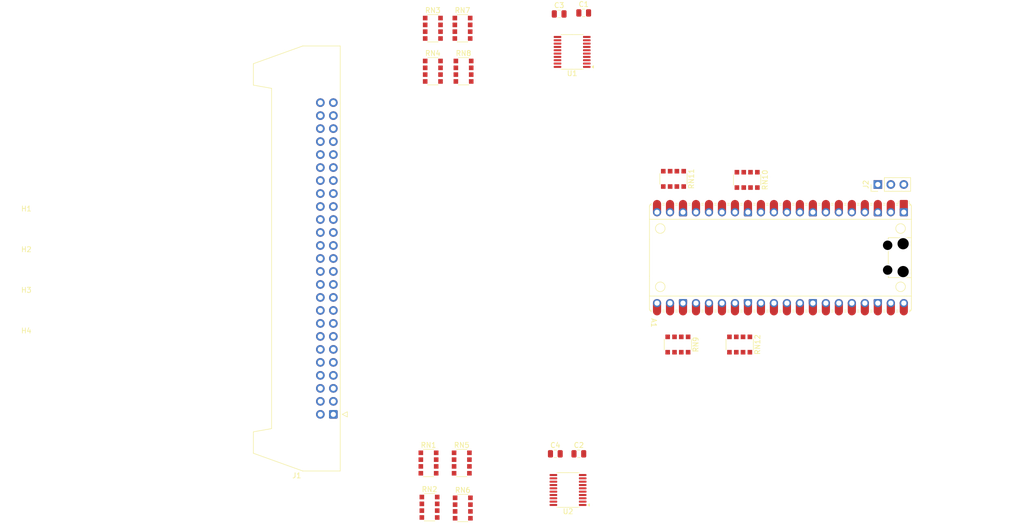
<source format=kicad_pcb>
(kicad_pcb (version 20240108) (generator "pcbnew") (generator_version "8.0")
  (layers (0 "F.Cu" signal) (31 "B.Cu" signal) (34 "B.Paste" user) (35 "F.Paste" user) (36 "B.SilkS" user "B.Silkscreen") (37 "F.SilkS" user "F.Silkscreen") (38 "B.Mask" user) (39 "F.Mask" user) (44 "Edge.Cuts" user))
  (net 0 "")
  (net 1 "Net-(A1-GPIO11)")
  (net 2 "Net-(A1-GPIO22)")
  (net 3 "Net-(A1-GPIO15)")
  (net 7 "GND")
  (net 9 "Net-(A1-GPIO13)")
  (net 11 "+5V")
  (net 12 "Net-(A1-GPIO1)")
  (net 13 "Net-(A1-GPIO10)")
  (net 16 "Net-(A1-GPIO26_ADC0)")
  (net 17 "Net-(A1-GPIO19)")
  (net 19 "+3V3")
  (net 21 "Net-(A1-GPIO14)")
  (net 23 "Net-(A1-GPIO17)")
  (net 25 "Net-(A1-GPIO9)")
  (net 29 "Net-(A1-GPIO8)")
  (net 30 "Net-(A1-GPIO20)")
  (net 34 "Net-(A1-GPIO21)")
  (net 38 "Net-(A1-GPIO16)")
  (net 40 "Net-(A1-GPIO12)")
  (net 43 "Net-(A1-GPIO0)")
  (net 45 "Net-(A1-GPIO18)")
  (net 48 "SC-~{MSG}")
  (net 50 "SC-~{DB5}")
  (net 51 "SC-~{I}{slash}O")
  (net 53 "SC-~{RST}")
  (net 56 "SC-~{C}{slash}D")
  (net 58 "SC-~{ACK}")
  (net 59 "SC-~{DB6}")
  (net 60 "SC-~{DB0}")
  (net 61 "SC-~{DB1}")
  (net 62 "SC-~{SEL}")
  (net 63 "SC-~{DB3}")
  (net 64 "SC-~{BSY}")
  (net 65 "SC-~{REQ}")
  (net 66 "SC-~{DB7}")
  (net 67 "SC-~{DB2}")
  (net 68 "SC-~{DB4}")
  (net 69 "PI-~{REQ}")
  (net 70 "PI-~{C}{slash}D")
  (net 71 "PI-~{SEL}")
  (net 72 "PI-~{I}{slash}O")
  (net 73 "PI-~{ACK}")
  (net 74 "PI-~{RST}")
  (net 75 "PI-~{MSG}")
  (net 76 "PI-~{BSY}")
  (net 77 "PI-~{DB5}")
  (net 78 "PI-~{DB7}")
  (net 79 "PI-~{DB6}")
  (net 80 "PI-~{DB4}")
  (net 81 "PI-~{DB3}")
  (net 82 "PI-~{DB0}")
  (net 83 "PI-~{DB2}")
  (net 84 "PI-~{DB1}")
  (footprint "Resistor_SMD:R_Array_Convex_4x1206" (layer "F.Cu") (at 189.56 91.5 -90)
    (property "Reference" "RN10" (at 0 -3.5 90) (layer "F.SilkS"))
    (property "Value" "220R")
    (pad "1" smd rect (at -1.5 -2 270) (size 0.9 0.9) (layers "F.Cu" "F.Paste" "F.Mask") (net 72 "PI-~{I}{slash}O"))
    (pad "2" smd rect (at -1.5 -0.66 270) (size 0.9 0.9) (layers "F.Cu" "F.Paste" "F.Mask") (net 69 "PI-~{REQ}"))
    (pad "3" smd rect (at -1.5 0.66 270) (size 0.9 0.9) (layers "F.Cu" "F.Paste" "F.Mask") (net 70 "PI-~{C}{slash}D"))
    (pad "4" smd rect (at -1.5 2 270) (size 0.9 0.9) (layers "F.Cu" "F.Paste" "F.Mask") (net 71 "PI-~{SEL}"))
    (pad "5" smd rect (at 1.5 2 270) (size 0.9 0.9) (layers "F.Cu" "F.Paste" "F.Mask") (net 1 "Net-(A1-GPIO11)"))
    (pad "6" smd rect (at 1.5 0.66 270) (size 0.9 0.9) (layers "F.Cu" "F.Paste" "F.Mask") (net 13 "Net-(A1-GPIO10)"))
    (pad "7" smd rect (at 1.5 -0.66 270) (size 0.9 0.9) (layers "F.Cu" "F.Paste" "F.Mask") (net 25 "Net-(A1-GPIO9)"))
    (pad "8" smd rect (at 1.5 -2 270) (size 0.9 0.9) (layers "F.Cu" "F.Paste" "F.Mask") (net 29 "Net-(A1-GPIO8)"))
  )
  (footprint "Resistor_SMD:R_Array_Convex_4x1206" (layer "F.Cu") (at 127.45 155.52)
    (property "Reference" "RN2" (at 0 -3.5 0) (layer "F.SilkS"))
    (property "Value" "220R")
    (pad "1" smd rect (at -1.5 -2) (size 0.9 0.9) (layers "F.Cu" "F.Paste" "F.Mask") (net 63 "SC-~{DB3}"))
    (pad "2" smd rect (at -1.5 -0.66) (size 0.9 0.9) (layers "F.Cu" "F.Paste" "F.Mask") (net 67 "SC-~{DB2}"))
    (pad "3" smd rect (at -1.5 0.66) (size 0.9 0.9) (layers "F.Cu" "F.Paste" "F.Mask") (net 61 "SC-~{DB1}"))
    (pad "4" smd rect (at -1.5 2) (size 0.9 0.9) (layers "F.Cu" "F.Paste" "F.Mask") (net 60 "SC-~{DB0}"))
    (pad "5" smd rect (at 1.5 2) (size 0.9 0.9) (layers "F.Cu" "F.Paste" "F.Mask") (net 11 "+5V"))
    (pad "6" smd rect (at 1.5 0.66) (size 0.9 0.9) (layers "F.Cu" "F.Paste" "F.Mask") (net 11 "+5V"))
    (pad "7" smd rect (at 1.5 -0.66) (size 0.9 0.9) (layers "F.Cu" "F.Paste" "F.Mask") (net 11 "+5V"))
    (pad "8" smd rect (at 1.5 -2) (size 0.9 0.9) (layers "F.Cu" "F.Paste" "F.Mask") (net 11 "+5V"))
  )
  (footprint "Capacitor_SMD:C_0805_2012Metric" (layer "F.Cu") (at 152.05 145.07)
    (property "Reference" "C4" (at 0 -1.68 0) (layer "F.SilkS"))
    (property "Value" "100nF")
    (pad "1" smd roundrect (at -0.95 0) (size 1 1.45) (layers "F.Cu" "F.Paste" "F.Mask") (net 11 "+5V"))
    (pad "2" smd roundrect (at 0.95 0) (size 1 1.45) (layers "F.Cu" "F.Paste" "F.Mask") (net 7 "GND"))
  )
  (footprint "Resistor_SMD:R_Array_Convex_4x1206" (layer "F.Cu") (at 133.9 61.85)
    (property "Reference" "RN7" (at 0 -3.5 0) (layer "F.SilkS"))
    (property "Value" "330R")
    (pad "1" smd rect (at -1.5 -2) (size 0.9 0.9) (layers "F.Cu" "F.Paste" "F.Mask") (net 51 "SC-~{I}{slash}O"))
    (pad "2" smd rect (at -1.5 -0.66) (size 0.9 0.9) (layers "F.Cu" "F.Paste" "F.Mask") (net 65 "SC-~{REQ}"))
    (pad "3" smd rect (at -1.5 0.66) (size 0.9 0.9) (layers "F.Cu" "F.Paste" "F.Mask") (net 56 "SC-~{C}{slash}D"))
    (pad "4" smd rect (at -1.5 2) (size 0.9 0.9) (layers "F.Cu" "F.Paste" "F.Mask") (net 62 "SC-~{SEL}"))
    (pad "5" smd rect (at 1.5 2) (size 0.9 0.9) (layers "F.Cu" "F.Paste" "F.Mask") (net 7 "GND"))
    (pad "6" smd rect (at 1.5 0.66) (size 0.9 0.9) (layers "F.Cu" "F.Paste" "F.Mask") (net 7 "GND"))
    (pad "7" smd rect (at 1.5 -0.66) (size 0.9 0.9) (layers "F.Cu" "F.Paste" "F.Mask") (net 7 "GND"))
    (pad "8" smd rect (at 1.5 -2) (size 0.9 0.9) (layers "F.Cu" "F.Paste" "F.Mask") (net 7 "GND"))
  )
  (footprint "Resistor_SMD:R_Array_Convex_4x1206" (layer "F.Cu") (at 176.02 123.7 -90)
    (property "Reference" "RN9" (at 0 -3.5 90) (layer "F.SilkS"))
    (property "Value" "220R")
    (pad "1" smd rect (at -1.5 -2 270) (size 0.9 0.9) (layers "F.Cu" "F.Paste" "F.Mask") (net 17 "Net-(A1-GPIO19)"))
    (pad "2" smd rect (at -1.5 -0.66 270) (size 0.9 0.9) (layers "F.Cu" "F.Paste" "F.Mask") (net 45 "Net-(A1-GPIO18)"))
    (pad "3" smd rect (at -1.5 0.66 270) (size 0.9 0.9) (layers "F.Cu" "F.Paste" "F.Mask") (net 23 "Net-(A1-GPIO17)"))
    (pad "4" smd rect (at -1.5 2 270) (size 0.9 0.9) (layers "F.Cu" "F.Paste" "F.Mask") (net 38 "Net-(A1-GPIO16)"))
    (pad "5" smd rect (at 1.5 2 270) (size 0.9 0.9) (layers "F.Cu" "F.Paste" "F.Mask") (net 78 "PI-~{DB7}"))
    (pad "6" smd rect (at 1.5 0.66 270) (size 0.9 0.9) (layers "F.Cu" "F.Paste" "F.Mask") (net 79 "PI-~{DB6}"))
    (pad "7" smd rect (at 1.5 -0.66 270) (size 0.9 0.9) (layers "F.Cu" "F.Paste" "F.Mask") (net 77 "PI-~{DB5}"))
    (pad "8" smd rect (at 1.5 -2 270) (size 0.9 0.9) (layers "F.Cu" "F.Paste" "F.Mask") (net 80 "PI-~{DB4}"))
  )
  (footprint "MountingHole:MountingHole_3.2mm_M3" (layer "F.Cu") (at 48.6 101.35)
    (property "Reference" "H1" (at 0 -4.2 0) (layer "F.SilkS"))
    (property "Value" "MountingHole")
    (pad "" np_thru_hole circle (at 0 0) (size 3.2 3.2) (drill 3.2) (layers "*.Cu" "*.Mask"))
  )
  (footprint "Capacitor_SMD:C_0805_2012Metric" (layer "F.Cu") (at 157.6 58.85)
    (property "Reference" "C1" (at 0 -1.68 0) (layer "F.SilkS"))
    (property "Value" "100nF")
    (pad "1" smd roundrect (at -0.95 0) (size 1 1.45) (layers "F.Cu" "F.Paste" "F.Mask") (net 19 "+3V3"))
    (pad "2" smd roundrect (at 0.95 0) (size 1 1.45) (layers "F.Cu" "F.Paste" "F.Mask") (net 7 "GND"))
  )
  (footprint "Resistor_SMD:R_Array_Convex_4x1206" (layer "F.Cu") (at 133.95 155.67)
    (property "Reference" "RN6" (at 0 -3.5 0) (layer "F.SilkS"))
    (property "Value" "330R")
    (pad "1" smd rect (at -1.5 -2) (size 0.9 0.9) (layers "F.Cu" "F.Paste" "F.Mask") (net 63 "SC-~{DB3}"))
    (pad "2" smd rect (at -1.5 -0.66) (size 0.9 0.9) (layers "F.Cu" "F.Paste" "F.Mask") (net 67 "SC-~{DB2}"))
    (pad "3" smd rect (at -1.5 0.66) (size 0.9 0.9) (layers "F.Cu" "F.Paste" "F.Mask") (net 61 "SC-~{DB1}"))
    (pad "4" smd rect (at -1.5 2) (size 0.9 0.9) (layers "F.Cu" "F.Paste" "F.Mask") (net 60 "SC-~{DB0}"))
    (pad "5" smd rect (at 1.5 2) (size 0.9 0.9) (layers "F.Cu" "F.Paste" "F.Mask") (net 7 "GND"))
    (pad "6" smd rect (at 1.5 0.66) (size 0.9 0.9) (layers "F.Cu" "F.Paste" "F.Mask") (net 7 "GND"))
    (pad "7" smd rect (at 1.5 -0.66) (size 0.9 0.9) (layers "F.Cu" "F.Paste" "F.Mask") (net 7 "GND"))
    (pad "8" smd rect (at 1.5 -2) (size 0.9 0.9) (layers "F.Cu" "F.Paste" "F.Mask") (net 7 "GND"))
  )
  (footprint "Capacitor_SMD:C_0805_2012Metric" (layer "F.Cu") (at 152.8 59.05)
    (property "Reference" "C3" (at 0 -1.68 0) (layer "F.SilkS"))
    (property "Value" "100nF")
    (pad "1" smd roundrect (at -0.95 0) (size 1 1.45) (layers "F.Cu" "F.Paste" "F.Mask") (net 11 "+5V"))
    (pad "2" smd roundrect (at 0.95 0) (size 1 1.45) (layers "F.Cu" "F.Paste" "F.Mask") (net 7 "GND"))
  )
  (footprint "Resistor_SMD:R_Array_Convex_4x1206" (layer "F.Cu") (at 134.1 70.25)
    (property "Reference" "RN8" (at 0 -3.5 0) (layer "F.SilkS"))
    (property "Value" "330R")
    (pad "1" smd rect (at -1.5 -2) (size 0.9 0.9) (layers "F.Cu" "F.Paste" "F.Mask") (net 48 "SC-~{MSG}"))
    (pad "2" smd rect (at -1.5 -0.66) (size 0.9 0.9) (layers "F.Cu" "F.Paste" "F.Mask") (net 53 "SC-~{RST}"))
    (pad "3" smd rect (at -1.5 0.66) (size 0.9 0.9) (layers "F.Cu" "F.Paste" "F.Mask") (net 58 "SC-~{ACK}"))
    (pad "4" smd rect (at -1.5 2) (size 0.9 0.9) (layers "F.Cu" "F.Paste" "F.Mask") (net 64 "SC-~{BSY}"))
    (pad "5" smd rect (at 1.5 2) (size 0.9 0.9) (layers "F.Cu" "F.Paste" "F.Mask") (net 7 "GND"))
    (pad "6" smd rect (at 1.5 0.66) (size 0.9 0.9) (layers "F.Cu" "F.Paste" "F.Mask") (net 7 "GND"))
    (pad "7" smd rect (at 1.5 -0.66) (size 0.9 0.9) (layers "F.Cu" "F.Paste" "F.Mask") (net 7 "GND"))
    (pad "8" smd rect (at 1.5 -2) (size 0.9 0.9) (layers "F.Cu" "F.Paste" "F.Mask") (net 7 "GND"))
  )
  (footprint "Resistor_SMD:R_Array_Convex_4x1206" (layer "F.Cu") (at 128.1 61.85)
    (property "Reference" "RN3" (at 0 -3.5 0) (layer "F.SilkS"))
    (property "Value" "220R")
    (pad "1" smd rect (at -1.5 -2) (size 0.9 0.9) (layers "F.Cu" "F.Paste" "F.Mask") (net 51 "SC-~{I}{slash}O"))
    (pad "2" smd rect (at -1.5 -0.66) (size 0.9 0.9) (layers "F.Cu" "F.Paste" "F.Mask") (net 65 "SC-~{REQ}"))
    (pad "3" smd rect (at -1.5 0.66) (size 0.9 0.9) (layers "F.Cu" "F.Paste" "F.Mask") (net 56 "SC-~{C}{slash}D"))
    (pad "4" smd rect (at -1.5 2) (size 0.9 0.9) (layers "F.Cu" "F.Paste" "F.Mask") (net 62 "SC-~{SEL}"))
    (pad "5" smd rect (at 1.5 2) (size 0.9 0.9) (layers "F.Cu" "F.Paste" "F.Mask") (net 11 "+5V"))
    (pad "6" smd rect (at 1.5 0.66) (size 0.9 0.9) (layers "F.Cu" "F.Paste" "F.Mask") (net 11 "+5V"))
    (pad "7" smd rect (at 1.5 -0.66) (size 0.9 0.9) (layers "F.Cu" "F.Paste" "F.Mask") (net 11 "+5V"))
    (pad "8" smd rect (at 1.5 -2) (size 0.9 0.9) (layers "F.Cu" "F.Paste" "F.Mask") (net 11 "+5V"))
  )
  (footprint "MountingHole:MountingHole_3.2mm_M3" (layer "F.Cu") (at 48.6 125.2)
    (property "Reference" "H4" (at 0 -4.2 0) (layer "F.SilkS"))
    (property "Value" "MountingHole")
    (pad "" np_thru_hole circle (at 0 0) (size 3.2 3.2) (drill 3.2) (layers "*.Cu" "*.Mask"))
  )
  (footprint "Resistor_SMD:R_Array_Convex_4x1206" (layer "F.Cu") (at 127.25 146.87)
    (property "Reference" "RN1" (at 0 -3.5 0) (layer "F.SilkS"))
    (property "Value" "220R")
    (pad "1" smd rect (at -1.5 -2) (size 0.9 0.9) (layers "F.Cu" "F.Paste" "F.Mask") (net 66 "SC-~{DB7}"))
    (pad "2" smd rect (at -1.5 -0.66) (size 0.9 0.9) (layers "F.Cu" "F.Paste" "F.Mask") (net 59 "SC-~{DB6}"))
    (pad "3" smd rect (at -1.5 0.66) (size 0.9 0.9) (layers "F.Cu" "F.Paste" "F.Mask") (net 50 "SC-~{DB5}"))
    (pad "4" smd rect (at -1.5 2) (size 0.9 0.9) (layers "F.Cu" "F.Paste" "F.Mask") (net 68 "SC-~{DB4}"))
    (pad "5" smd rect (at 1.5 2) (size 0.9 0.9) (layers "F.Cu" "F.Paste" "F.Mask") (net 11 "+5V"))
    (pad "6" smd rect (at 1.5 0.66) (size 0.9 0.9) (layers "F.Cu" "F.Paste" "F.Mask") (net 11 "+5V"))
    (pad "7" smd rect (at 1.5 -0.66) (size 0.9 0.9) (layers "F.Cu" "F.Paste" "F.Mask") (net 11 "+5V"))
    (pad "8" smd rect (at 1.5 -2) (size 0.9 0.9) (layers "F.Cu" "F.Paste" "F.Mask") (net 11 "+5V"))
  )
  (footprint "Package_SO:TSSOP-20_4.4x6.5mm_P0.65mm" (layer "F.Cu") (at 155.3375 66.475 180)
    (property "Reference" "U1" (at 0 -4.2 0) (layer "F.SilkS"))
    (property "Value" "TXB0108PW")
    (pad "1" smd roundrect (at -2.8625 -2.925 180) (size 1.475 0.4) (layers "F.Cu" "F.Paste" "F.Mask") (net 76 "PI-~{BSY}"))
    (pad "2" smd roundrect (at -2.8625 -2.275 180) (size 1.475 0.4) (layers "F.Cu" "F.Paste" "F.Mask") (net 19 "+3V3"))
    (pad "3" smd roundrect (at -2.8625 -1.625 180) (size 1.475 0.4) (layers "F.Cu" "F.Paste" "F.Mask") (net 73 "PI-~{ACK}"))
    (pad "4" smd roundrect (at -2.8625 -0.975 180) (size 1.475 0.4) (layers "F.Cu" "F.Paste" "F.Mask") (net 74 "PI-~{RST}"))
    (pad "5" smd roundrect (at -2.8625 -0.325 180) (size 1.475 0.4) (layers "F.Cu" "F.Paste" "F.Mask") (net 75 "PI-~{MSG}"))
    (pad "6" smd roundrect (at -2.8625 0.325 180) (size 1.475 0.4) (layers "F.Cu" "F.Paste" "F.Mask") (net 71 "PI-~{SEL}"))
    (pad "7" smd roundrect (at -2.8625 0.975 180) (size 1.475 0.4) (layers "F.Cu" "F.Paste" "F.Mask") (net 70 "PI-~{C}{slash}D"))
    (pad "8" smd roundrect (at -2.8625 1.625 180) (size 1.475 0.4) (layers "F.Cu" "F.Paste" "F.Mask") (net 69 "PI-~{REQ}"))
    (pad "9" smd roundrect (at -2.8625 2.275 180) (size 1.475 0.4) (layers "F.Cu" "F.Paste" "F.Mask") (net 72 "PI-~{I}{slash}O"))
    (pad "10" smd roundrect (at -2.8625 2.925 180) (size 1.475 0.4) (layers "F.Cu" "F.Paste" "F.Mask") (net 19 "+3V3"))
    (pad "11" smd roundrect (at 2.8625 2.925 180) (size 1.475 0.4) (layers "F.Cu" "F.Paste" "F.Mask") (net 7 "GND"))
    (pad "12" smd roundrect (at 2.8625 2.275 180) (size 1.475 0.4) (layers "F.Cu" "F.Paste" "F.Mask") (net 51 "SC-~{I}{slash}O"))
    (pad "13" smd roundrect (at 2.8625 1.625 180) (size 1.475 0.4) (layers "F.Cu" "F.Paste" "F.Mask") (net 65 "SC-~{REQ}"))
    (pad "14" smd roundrect (at 2.8625 0.975 180) (size 1.475 0.4) (layers "F.Cu" "F.Paste" "F.Mask") (net 56 "SC-~{C}{slash}D"))
    (pad "15" smd roundrect (at 2.8625 0.325 180) (size 1.475 0.4) (layers "F.Cu" "F.Paste" "F.Mask") (net 62 "SC-~{SEL}"))
    (pad "16" smd roundrect (at 2.8625 -0.325 180) (size 1.475 0.4) (layers "F.Cu" "F.Paste" "F.Mask") (net 48 "SC-~{MSG}"))
    (pad "17" smd roundrect (at 2.8625 -0.975 180) (size 1.475 0.4) (layers "F.Cu" "F.Paste" "F.Mask") (net 53 "SC-~{RST}"))
    (pad "18" smd roundrect (at 2.8625 -1.625 180) (size 1.475 0.4) (layers "F.Cu" "F.Paste" "F.Mask") (net 58 "SC-~{ACK}"))
    (pad "19" smd roundrect (at 2.8625 -2.275 180) (size 1.475 0.4) (layers "F.Cu" "F.Paste" "F.Mask") (net 11 "+5V"))
    (pad "20" smd roundrect (at 2.8625 -2.925 180) (size 1.475 0.4) (layers "F.Cu" "F.Paste" "F.Mask") (net 64 "SC-~{BSY}"))
  )
  (footprint "MountingHole:MountingHole_3.2mm_M3" (layer "F.Cu") (at 48.6 117.25)
    (property "Reference" "H3" (at 0 -4.2 0) (layer "F.SilkS"))
    (property "Value" "MountingHole")
    (pad "" np_thru_hole circle (at 0 0) (size 3.2 3.2) (drill 3.2) (layers "*.Cu" "*.Mask"))
  )
  (footprint "Resistor_SMD:R_Array_Convex_4x1206" (layer "F.Cu") (at 188.1 123.7 -90)
    (property "Reference" "RN12" (at 0 -3.5 90) (layer "F.SilkS"))
    (property "Value" "220R")
    (pad "1" smd rect (at -1.5 -2 270) (size 0.9 0.9) (layers "F.Cu" "F.Paste" "F.Mask") (net 16 "Net-(A1-GPIO26_ADC0)"))
    (pad "2" smd rect (at -1.5 -0.66 270) (size 0.9 0.9) (layers "F.Cu" "F.Paste" "F.Mask") (net 2 "Net-(A1-GPIO22)"))
    (pad "3" smd rect (at -1.5 0.66 270) (size 0.9 0.9) (layers "F.Cu" "F.Paste" "F.Mask") (net 34 "Net-(A1-GPIO21)"))
    (pad "4" smd rect (at -1.5 2 270) (size 0.9 0.9) (layers "F.Cu" "F.Paste" "F.Mask") (net 30 "Net-(A1-GPIO20)"))
    (pad "5" smd rect (at 1.5 2 270) (size 0.9 0.9) (layers "F.Cu" "F.Paste" "F.Mask") (net 81 "PI-~{DB3}"))
    (pad "6" smd rect (at 1.5 0.66 270) (size 0.9 0.9) (layers "F.Cu" "F.Paste" "F.Mask") (net 83 "PI-~{DB2}"))
    (pad "7" smd rect (at 1.5 -0.66 270) (size 0.9 0.9) (layers "F.Cu" "F.Paste" "F.Mask") (net 84 "PI-~{DB1}"))
    (pad "8" smd rect (at 1.5 -2 270) (size 0.9 0.9) (layers "F.Cu" "F.Paste" "F.Mask") (net 82 "PI-~{DB0}"))
  )
  (footprint "Resistor_SMD:R_Array_Convex_4x1206" (layer "F.Cu") (at 128.1 70.25)
    (property "Reference" "RN4" (at 0 -3.5 0) (layer "F.SilkS"))
    (property "Value" "220R")
    (pad "1" smd rect (at -1.5 -2) (size 0.9 0.9) (layers "F.Cu" "F.Paste" "F.Mask") (net 48 "SC-~{MSG}"))
    (pad "2" smd rect (at -1.5 -0.66) (size 0.9 0.9) (layers "F.Cu" "F.Paste" "F.Mask") (net 53 "SC-~{RST}"))
    (pad "3" smd rect (at -1.5 0.66) (size 0.9 0.9) (layers "F.Cu" "F.Paste" "F.Mask") (net 58 "SC-~{ACK}"))
    (pad "4" smd rect (at -1.5 2) (size 0.9 0.9) (layers "F.Cu" "F.Paste" "F.Mask") (net 64 "SC-~{BSY}"))
    (pad "5" smd rect (at 1.5 2) (size 0.9 0.9) (layers "F.Cu" "F.Paste" "F.Mask") (net 11 "+5V"))
    (pad "6" smd rect (at 1.5 0.66) (size 0.9 0.9) (layers "F.Cu" "F.Paste" "F.Mask") (net 11 "+5V"))
    (pad "7" smd rect (at 1.5 -0.66) (size 0.9 0.9) (layers "F.Cu" "F.Paste" "F.Mask") (net 11 "+5V"))
    (pad "8" smd rect (at 1.5 -2) (size 0.9 0.9) (layers "F.Cu" "F.Paste" "F.Mask") (net 11 "+5V"))
  )
  (footprint "MountingHole:MountingHole_3.2mm_M3" (layer "F.Cu") (at 48.6 109.3)
    (property "Reference" "H2" (at 0 -4.2 0) (layer "F.SilkS"))
    (property "Value" "MountingHole")
    (pad "" np_thru_hole circle (at 0 0) (size 3.2 3.2) (drill 3.2) (layers "*.Cu" "*.Mask"))
  )
  (footprint "Resistor_SMD:R_Array_Convex_4x1206" (layer "F.Cu") (at 133.75 146.87)
    (property "Reference" "RN5" (at 0 -3.5 0) (layer "F.SilkS"))
    (property "Value" "330R")
    (pad "1" smd rect (at -1.5 -2) (size 0.9 0.9) (layers "F.Cu" "F.Paste" "F.Mask") (net 66 "SC-~{DB7}"))
    (pad "2" smd rect (at -1.5 -0.66) (size 0.9 0.9) (layers "F.Cu" "F.Paste" "F.Mask") (net 59 "SC-~{DB6}"))
    (pad "3" smd rect (at -1.5 0.66) (size 0.9 0.9) (layers "F.Cu" "F.Paste" "F.Mask") (net 50 "SC-~{DB5}"))
    (pad "4" smd rect (at -1.5 2) (size 0.9 0.9) (layers "F.Cu" "F.Paste" "F.Mask") (net 68 "SC-~{DB4}"))
    (pad "5" smd rect (at 1.5 2) (size 0.9 0.9) (layers "F.Cu" "F.Paste" "F.Mask") (net 7 "GND"))
    (pad "6" smd rect (at 1.5 0.66) (size 0.9 0.9) (layers "F.Cu" "F.Paste" "F.Mask") (net 7 "GND"))
    (pad "7" smd rect (at 1.5 -0.66) (size 0.9 0.9) (layers "F.Cu" "F.Paste" "F.Mask") (net 7 "GND"))
    (pad "8" smd rect (at 1.5 -2) (size 0.9 0.9) (layers "F.Cu" "F.Paste" "F.Mask") (net 7 "GND"))
  )
  (footprint "Connector_PinHeader_2.54mm:PinHeader_1x03_P2.54mm_Vertical" (layer "F.Cu") (at 215.12 92.4 90)
    (property "Reference" "J2" (at 0 -2.33 90) (layer "F.SilkS"))
    (property "Value" "Debug UART")
    (pad "1" thru_hole rect (at 0 0 90) (size 1.7 1.7) (drill 1) (layers "*.Cu" "*.Mask") (net 7 "GND"))
    (pad "2" thru_hole oval (at 0 2.54 90) (size 1.7 1.7) (drill 1) (layers "*.Cu" "*.Mask") (net 12 "Net-(A1-GPIO1)"))
    (pad "3" thru_hole oval (at 0 5.08 90) (size 1.7 1.7) (drill 1) (layers "*.Cu" "*.Mask") (net 43 "Net-(A1-GPIO0)"))
  )
  (footprint "Capacitor_SMD:C_0805_2012Metric" (layer "F.Cu") (at 156.65 145.07)
    (property "Reference" "C2" (at 0 -1.68 0) (layer "F.SilkS"))
    (property "Value" "100nF")
    (pad "1" smd roundrect (at -0.95 0) (size 1 1.45) (layers "F.Cu" "F.Paste" "F.Mask") (net 19 "+3V3"))
    (pad "2" smd roundrect (at 0.95 0) (size 1 1.45) (layers "F.Cu" "F.Paste" "F.Mask") (net 7 "GND"))
  )
  (footprint "Connector_IDC:IDC-Header_2x25_P2.54mm_Latch_Horizontal" (layer "F.Cu") (at 108.64 137.35 180)
    (property "Reference" "J1" (at 7.145 -11.97 0) (layer "F.SilkS"))
    (property "Value" "50-Pin IDC SASI")
    (pad "1" thru_hole roundrect (at 0 0 180) (size 1.7 1.7) (drill 1) (layers "*.Cu" "*.Mask") (roundrect_rratio 0.147059) (net 7 "GND"))
    (pad "2" thru_hole circle (at 2.54 0 180) (size 1.7 1.7) (drill 1) (layers "*.Cu" "*.Mask") (net 60 "SC-~{DB0}"))
    (pad "3" thru_hole circle (at 0 2.54 180) (size 1.7 1.7) (drill 1) (layers "*.Cu" "*.Mask") (net 7 "GND"))
    (pad "4" thru_hole circle (at 2.54 2.54 180) (size 1.7 1.7) (drill 1) (layers "*.Cu" "*.Mask") (net 61 "SC-~{DB1}"))
    (pad "5" thru_hole circle (at 0 5.08 180) (size 1.7 1.7) (drill 1) (layers "*.Cu" "*.Mask") (net 7 "GND"))
    (pad "6" thru_hole circle (at 2.54 5.08 180) (size 1.7 1.7) (drill 1) (layers "*.Cu" "*.Mask") (net 67 "SC-~{DB2}"))
    (pad "7" thru_hole circle (at 0 7.62 180) (size 1.7 1.7) (drill 1) (layers "*.Cu" "*.Mask") (net 7 "GND"))
    (pad "8" thru_hole circle (at 2.54 7.62 180) (size 1.7 1.7) (drill 1) (layers "*.Cu" "*.Mask") (net 63 "SC-~{DB3}"))
    (pad "9" thru_hole circle (at 0 10.16 180) (size 1.7 1.7) (drill 1) (layers "*.Cu" "*.Mask") (net 7 "GND"))
    (pad "10" thru_hole circle (at 2.54 10.16 180) (size 1.7 1.7) (drill 1) (layers "*.Cu" "*.Mask") (net 68 "SC-~{DB4}"))
    (pad "11" thru_hole circle (at 0 12.7 180) (size 1.7 1.7) (drill 1) (layers "*.Cu" "*.Mask") (net 7 "GND"))
    (pad "12" thru_hole circle (at 2.54 12.7 180) (size 1.7 1.7) (drill 1) (layers "*.Cu" "*.Mask") (net 50 "SC-~{DB5}"))
    (pad "13" thru_hole circle (at 0 15.24 180) (size 1.7 1.7) (drill 1) (layers "*.Cu" "*.Mask") (net 7 "GND"))
    (pad "14" thru_hole circle (at 2.54 15.24 180) (size 1.7 1.7) (drill 1) (layers "*.Cu" "*.Mask") (net 59 "SC-~{DB6}"))
    (pad "15" thru_hole circle (at 0 17.78 180) (size 1.7 1.7) (drill 1) (layers "*.Cu" "*.Mask") (net 7 "GND"))
    (pad "16" thru_hole circle (at 2.54 17.78 180) (size 1.7 1.7) (drill 1) (layers "*.Cu" "*.Mask") (net 66 "SC-~{DB7}"))
    (pad "17" thru_hole circle (at 0 20.32 180) (size 1.7 1.7) (drill 1) (layers "*.Cu" "*.Mask") (net 7 "GND"))
    (pad "18" thru_hole circle (at 2.54 20.32 180) (size 1.7 1.7) (drill 1) (layers "*.Cu" "*.Mask"))
    (pad "19" thru_hole circle (at 0 22.86 180) (size 1.7 1.7) (drill 1) (layers "*.Cu" "*.Mask") (net 7 "GND"))
    (pad "20" thru_hole circle (at 2.54 22.86 180) (size 1.7 1.7) (drill 1) (layers "*.Cu" "*.Mask") (net 7 "GND"))
    (pad "21" thru_hole circle (at 0 25.4 180) (size 1.7 1.7) (drill 1) (layers "*.Cu" "*.Mask") (net 7 "GND"))
    (pad "22" thru_hole circle (at 2.54 25.4 180) (size 1.7 1.7) (drill 1) (layers "*.Cu" "*.Mask") (net 7 "GND"))
    (pad "23" thru_hole circle (at 0 27.94 180) (size 1.7 1.7) (drill 1) (layers "*.Cu" "*.Mask") (net 7 "GND"))
    (pad "24" thru_hole circle (at 2.54 27.94 180) (size 1.7 1.7) (drill 1) (layers "*.Cu" "*.Mask") (net 7 "GND"))
    (pad "25" thru_hole circle (at 0 30.48 180) (size 1.7 1.7) (drill 1) (layers "*.Cu" "*.Mask"))
    (pad "26" thru_hole circle (at 2.54 30.48 180) (size 1.7 1.7) (drill 1) (layers "*.Cu" "*.Mask"))
    (pad "27" thru_hole circle (at 0 33.02 180) (size 1.7 1.7) (drill 1) (layers "*.Cu" "*.Mask") (net 7 "GND"))
    (pad "28" thru_hole circle (at 2.54 33.02 180) (size 1.7 1.7) (drill 1) (layers "*.Cu" "*.Mask") (net 7 "GND"))
    (pad "29" thru_hole circle (at 0 35.56 180) (size 1.7 1.7) (drill 1) (layers "*.Cu" "*.Mask") (net 7 "GND"))
    (pad "30" thru_hole circle (at 2.54 35.56 180) (size 1.7 1.7) (drill 1) (layers "*.Cu" "*.Mask") (net 7 "GND"))
    (pad "31" thru_hole circle (at 0 38.1 180) (size 1.7 1.7) (drill 1) (layers "*.Cu" "*.Mask") (net 7 "GND"))
    (pad "32" thru_hole circle (at 2.54 38.1 180) (size 1.7 1.7) (drill 1) (layers "*.Cu" "*.Mask"))
    (pad "33" thru_hole circle (at 0 40.64 180) (size 1.7 1.7) (drill 1) (layers "*.Cu" "*.Mask") (net 7 "GND"))
    (pad "34" thru_hole circle (at 2.54 40.64 180) (size 1.7 1.7) (drill 1) (layers "*.Cu" "*.Mask"))
    (pad "35" thru_hole circle (at 0 43.18 180) (size 1.7 1.7) (drill 1) (layers "*.Cu" "*.Mask") (net 7 "GND"))
    (pad "36" thru_hole circle (at 2.54 43.18 180) (size 1.7 1.7) (drill 1) (layers "*.Cu" "*.Mask") (net 64 "SC-~{BSY}"))
    (pad "37" thru_hole circle (at 0 45.72 180) (size 1.7 1.7) (drill 1) (layers "*.Cu" "*.Mask") (net 7 "GND"))
    (pad "38" thru_hole circle (at 2.54 45.72 180) (size 1.7 1.7) (drill 1) (layers "*.Cu" "*.Mask") (net 58 "SC-~{ACK}"))
    (pad "39" thru_hole circle (at 0 48.26 180) (size 1.7 1.7) (drill 1) (layers "*.Cu" "*.Mask") (net 7 "GND"))
    (pad "40" thru_hole circle (at 2.54 48.26 180) (size 1.7 1.7) (drill 1) (layers "*.Cu" "*.Mask") (net 53 "SC-~{RST}"))
    (pad "41" thru_hole circle (at 0 50.8 180) (size 1.7 1.7) (drill 1) (layers "*.Cu" "*.Mask") (net 7 "GND"))
    (pad "42" thru_hole circle (at 2.54 50.8 180) (size 1.7 1.7) (drill 1) (layers "*.Cu" "*.Mask") (net 48 "SC-~{MSG}"))
    (pad "43" thru_hole circle (at 0 53.34 180) (size 1.7 1.7) (drill 1) (layers "*.Cu" "*.Mask") (net 7 "GND"))
    (pad "44" thru_hole circle (at 2.54 53.34 180) (size 1.7 1.7) (drill 1) (layers "*.Cu" "*.Mask") (net 62 "SC-~{SEL}"))
    (pad "45" thru_hole circle (at 0 55.88 180) (size 1.7 1.7) (drill 1) (layers "*.Cu" "*.Mask") (net 7 "GND"))
    (pad "46" thru_hole circle (at 2.54 55.88 180) (size 1.7 1.7) (drill 1) (layers "*.Cu" "*.Mask") (net 56 "SC-~{C}{slash}D"))
    (pad "47" thru_hole circle (at 0 58.42 180) (size 1.7 1.7) (drill 1) (layers "*.Cu" "*.Mask") (net 7 "GND"))
    (pad "48" thru_hole circle (at 2.54 58.42 180) (size 1.7 1.7) (drill 1) (layers "*.Cu" "*.Mask") (net 65 "SC-~{REQ}"))
    (pad "49" thru_hole circle (at 0 60.96 180) (size 1.7 1.7) (drill 1) (layers "*.Cu" "*.Mask") (net 7 "GND"))
    (pad "50" thru_hole circle (at 2.54 60.96 180) (size 1.7 1.7) (drill 1) (layers "*.Cu" "*.Mask") (net 51 "SC-~{I}{slash}O"))
  )
  (footprint "Resistor_SMD:R_Array_Convex_4x1206" (layer "F.Cu") (at 175.16 91.3 -90)
    (property "Reference" "RN11" (at 0 -3.5 90) (layer "F.SilkS"))
    (property "Value" "220R")
    (pad "1" smd rect (at -1.5 -2 270) (size 0.9 0.9) (layers "F.Cu" "F.Paste" "F.Mask") (net 75 "PI-~{MSG}"))
    (pad "2" smd rect (at -1.5 -0.66 270) (size 0.9 0.9) (layers "F.Cu" "F.Paste" "F.Mask") (net 74 "PI-~{RST}"))
    (pad "3" smd rect (at -1.5 0.66 270) (size 0.9 0.9) (layers "F.Cu" "F.Paste" "F.Mask") (net 73 "PI-~{ACK}"))
    (pad "4" smd rect (at -1.5 2 270) (size 0.9 0.9) (layers "F.Cu" "F.Paste" "F.Mask") (net 76 "PI-~{BSY}"))
    (pad "5" smd rect (at 1.5 2 270) (size 0.9 0.9) (layers "F.Cu" "F.Paste" "F.Mask") (net 3 "Net-(A1-GPIO15)"))
    (pad "6" smd rect (at 1.5 0.66 270) (size 0.9 0.9) (layers "F.Cu" "F.Paste" "F.Mask") (net 21 "Net-(A1-GPIO14)"))
    (pad "7" smd rect (at 1.5 -0.66 270) (size 0.9 0.9) (layers "F.Cu" "F.Paste" "F.Mask") (net 9 "Net-(A1-GPIO13)"))
    (pad "8" smd rect (at 1.5 -2 270) (size 0.9 0.9) (layers "F.Cu" "F.Paste" "F.Mask") (net 40 "Net-(A1-GPIO12)"))
  )
  (footprint "Module_RaspberryPi_Pico:RaspberryPi_Pico_Common" (layer "F.Cu") (at 196.07 106.71 -90)
    (property "Reference" "A1" (at 11.7475 24.765 -90) (layer "F.SilkS") (effects (justify left)))
    (property "Value" "RaspberryPi_Pico")
    (pad "" np_thru_hole circle (at -2.725 -24 270) (size 2.2 2.2) (drill 2.2) (layers "*.Mask"))
    (pad "" np_thru_hole circle (at -2.425 -20.97 270) (size 1.85 1.85) (drill 1.85) (layers "*.Mask"))
    (pad "" np_thru_hole circle (at 2.425 -20.97 270) (size 1.85 1.85) (drill 1.85) (layers "*.Mask"))
    (pad "" np_thru_hole circle (at 2.725 -24 270) (size 2.2 2.2) (drill 2.2) (layers "*.Mask"))
    (pad "1" thru_hole roundrect (at -8.89 -24.13 270) (size 1.6 1.6) (drill 1) (layers "*.Cu" "*.Mask") (roundrect_rratio 0.125) (net 43 "Net-(A1-GPIO0)"))
    (pad "1" smd custom (at -8.89 -24.13 270) (size 1.6 1.6) (layers "F.Cu" "F.Mask") (net 43 "Net-(A1-GPIO0)") (options (clearance outline) (anchor circle)) (primitives (gr_poly (pts (xy -2.4 0.6) (xy -2.4 -0.6) (xy -2.2 -0.8) (xy 0 -0.8) (xy 0 0.8) (xy -2.2 0.8)) (width 0) (fill yes)) (gr_circle (center -2.2 0.6) (end -2 0.6) (width 0) (fill yes)) (gr_circle (center -2.2 -0.6) (end -2 -0.6) (width 0) (fill yes))))
    (pad "2" thru_hole circle (at -8.89 -21.59 270) (size 1.6 1.6) (drill 1) (layers "*.Cu" "*.Mask") (net 12 "Net-(A1-GPIO1)"))
    (pad "2" smd roundrect (at -8.89 -21.59 270) (size 3.2 1.6) (drill (offset -0.8 0)) (layers "F.Cu" "F.Mask") (roundrect_rratio 0.5) (net 12 "Net-(A1-GPIO1)"))
    (pad "3" thru_hole custom (at -8.89 -19.05 270) (size 1.6 1.6) (drill 1) (layers "*.Cu" "*.Mask") (net 7 "GND") (options (clearance outline) (anchor circle)) (primitives (gr_poly (pts (xy 0.8 0.6) (xy 0.8 -0.6) (xy 0.6 -0.8) (xy 0 -0.8) (xy 0 0.8) (xy 0.6 0.8)) (width 0) (fill yes)) (gr_circle (center 0.6 0.6) (end 0.8 0.6) (width 0) (fill yes)) (gr_circle (center 0.6 -0.6) (end 0.8 -0.6) (width 0) (fill yes))))
    (pad "3" smd custom (at -8.89 -19.05 270) (size 1.6 1.6) (layers "F.Cu" "F.Mask") (net 7 "GND") (options (clearance outline) (anchor circle)) (primitives (gr_poly (pts (xy 0.8 -0.6) (xy 0.8 0.6) (xy 0.6 0.8) (xy -1.6 0.8) (xy -1.6 -0.8) (xy 0.6 -0.8)) (width 0) (fill yes)) (gr_circle (center 0.6 0.6) (end 0.8 0.6) (width 0) (fill yes)) (gr_circle (center 0.6 -0.6) (end 0.8 -0.6) (width 0) (fill yes)) (gr_circle (center -1.6 0) (end -0.8 0) (width 0) (fill yes))))
    (pad "4" thru_hole circle (at -8.89 -16.51 270) (size 1.6 1.6) (drill 1) (layers "*.Cu" "*.Mask"))
    (pad "4" smd roundrect (at -8.89 -16.51 270) (size 3.2 1.6) (drill (offset -0.8 0)) (layers "F.Cu" "F.Mask") (roundrect_rratio 0.5))
    (pad "5" thru_hole circle (at -8.89 -13.97 270) (size 1.6 1.6) (drill 1) (layers "*.Cu" "*.Mask"))
    (pad "5" smd roundrect (at -8.89 -13.97 270) (size 3.2 1.6) (drill (offset -0.8 0)) (layers "F.Cu" "F.Mask") (roundrect_rratio 0.5))
    (pad "6" thru_hole circle (at -8.89 -11.43 270) (size 1.6 1.6) (drill 1) (layers "*.Cu" "*.Mask"))
    (pad "6" smd roundrect (at -8.89 -11.43 270) (size 3.2 1.6) (drill (offset -0.8 0)) (layers "F.Cu" "F.Mask") (roundrect_rratio 0.5))
    (pad "7" thru_hole circle (at -8.89 -8.89 270) (size 1.6 1.6) (drill 1) (layers "*.Cu" "*.Mask"))
    (pad "7" smd roundrect (at -8.89 -8.89 270) (size 3.2 1.6) (drill (offset -0.8 0)) (layers "F.Cu" "F.Mask") (roundrect_rratio 0.5))
    (pad "8" thru_hole custom (at -8.89 -6.35 270) (size 1.6 1.6) (drill 1) (layers "*.Cu" "*.Mask") (net 7 "GND") (options (clearance outline) (anchor circle)) (primitives (gr_poly (pts (xy 0.8 0.6) (xy 0.8 -0.6) (xy 0.6 -0.8) (xy 0 -0.8) (xy 0 0.8) (xy 0.6 0.8)) (width 0) (fill yes)) (gr_circle (center 0.6 0.6) (end 0.8 0.6) (width 0) (fill yes)) (gr_circle (center 0.6 -0.6) (end 0.8 -0.6) (width 0) (fill yes))))
    (pad "8" smd custom (at -8.89 -6.35 270) (size 1.6 1.6) (layers "F.Cu" "F.Mask") (net 7 "GND") (options (clearance outline) (anchor circle)) (primitives (gr_poly (pts (xy 0.8 -0.6) (xy 0.8 0.6) (xy 0.6 0.8) (xy -1.6 0.8) (xy -1.6 -0.8) (xy 0.6 -0.8)) (width 0) (fill yes)) (gr_circle (center 0.6 0.6) (end 0.8 0.6) (width 0) (fill yes)) (gr_circle (center 0.6 -0.6) (end 0.8 -0.6) (width 0) (fill yes)) (gr_circle (center -1.6 0) (end -0.8 0) (width 0) (fill yes))))
    (pad "9" thru_hole circle (at -8.89 -3.81 270) (size 1.6 1.6) (drill 1) (layers "*.Cu" "*.Mask"))
    (pad "9" smd roundrect (at -8.89 -3.81 270) (size 3.2 1.6) (drill (offset -0.8 0)) (layers "F.Cu" "F.Mask") (roundrect_rratio 0.5))
    (pad "10" thru_hole circle (at -8.89 -1.27 270) (size 1.6 1.6) (drill 1) (layers "*.Cu" "*.Mask"))
    (pad "10" smd roundrect (at -8.89 -1.27 270) (size 3.2 1.6) (drill (offset -0.8 0)) (layers "F.Cu" "F.Mask") (roundrect_rratio 0.5))
    (pad "11" thru_hole circle (at -8.89 1.27 270) (size 1.6 1.6) (drill 1) (layers "*.Cu" "*.Mask") (net 29 "Net-(A1-GPIO8)"))
    (pad "11" smd roundrect (at -8.89 1.27 270) (size 3.2 1.6) (drill (offset -0.8 0)) (layers "F.Cu" "F.Mask") (roundrect_rratio 0.5) (net 29 "Net-(A1-GPIO8)"))
    (pad "12" thru_hole circle (at -8.89 3.81 270) (size 1.6 1.6) (drill 1) (layers "*.Cu" "*.Mask") (net 25 "Net-(A1-GPIO9)"))
    (pad "12" smd roundrect (at -8.89 3.81 270) (size 3.2 1.6) (drill (offset -0.8 0)) (layers "F.Cu" "F.Mask") (roundrect_rratio 0.5) (net 25 "Net-(A1-GPIO9)"))
    (pad "13" thru_hole custom (at -8.89 6.35 270) (size 1.6 1.6) (drill 1) (layers "*.Cu" "*.Mask") (net 7 "GND") (options (clearance outline) (anchor circle)) (primitives (gr_poly (pts (xy 0.8 0.6) (xy 0.8 -0.6) (xy 0.6 -0.8) (xy 0 -0.8) (xy 0 0.8) (xy 0.6 0.8)) (width 0) (fill yes)) (gr_circle (center 0.6 0.6) (end 0.8 0.6) (width 0) (fill yes)) (gr_circle (center 0.6 -0.6) (end 0.8 -0.6) (width 0) (fill yes))))
    (pad "13" smd custom (at -8.89 6.35 270) (size 1.6 1.6) (layers "F.Cu" "F.Mask") (net 7 "GND") (options (clearance outline) (anchor circle)) (primitives (gr_poly (pts (xy 0.8 -0.6) (xy 0.8 0.6) (xy 0.6 0.8) (xy -1.6 0.8) (xy -1.6 -0.8) (xy 0.6 -0.8)) (width 0) (fill yes)) (gr_circle (center 0.6 0.6) (end 0.8 0.6) (width 0) (fill yes)) (gr_circle (center 0.6 -0.6) (end 0.8 -0.6) (width 0) (fill yes)) (gr_circle (center -1.6 0) (end -0.8 0) (width 0) (fill yes))))
    (pad "14" thru_hole circle (at -8.89 8.89 270) (size 1.6 1.6) (drill 1) (layers "*.Cu" "*.Mask") (net 13 "Net-(A1-GPIO10)"))
    (pad "14" smd roundrect (at -8.89 8.89 270) (size 3.2 1.6) (drill (offset -0.8 0)) (layers "F.Cu" "F.Mask") (roundrect_rratio 0.5) (net 13 "Net-(A1-GPIO10)"))
    (pad "15" thru_hole circle (at -8.89 11.43 270) (size 1.6 1.6) (drill 1) (layers "*.Cu" "*.Mask") (net 1 "Net-(A1-GPIO11)"))
    (pad "15" smd roundrect (at -8.89 11.43 270) (size 3.2 1.6) (drill (offset -0.8 0)) (layers "F.Cu" "F.Mask") (roundrect_rratio 0.5) (net 1 "Net-(A1-GPIO11)"))
    (pad "16" thru_hole circle (at -8.89 13.97 270) (size 1.6 1.6) (drill 1) (layers "*.Cu" "*.Mask") (net 40 "Net-(A1-GPIO12)"))
    (pad "16" smd roundrect (at -8.89 13.97 270) (size 3.2 1.6) (drill (offset -0.8 0)) (layers "F.Cu" "F.Mask") (roundrect_rratio 0.5) (net 40 "Net-(A1-GPIO12)"))
    (pad "17" thru_hole circle (at -8.89 16.51 270) (size 1.6 1.6) (drill 1) (layers "*.Cu" "*.Mask") (net 9 "Net-(A1-GPIO13)"))
    (pad "17" smd roundrect (at -8.89 16.51 270) (size 3.2 1.6) (drill (offset -0.8 0)) (layers "F.Cu" "F.Mask") (roundrect_rratio 0.5) (net 9 "Net-(A1-GPIO13)"))
    (pad "18" thru_hole custom (at -8.89 19.05 270) (size 1.6 1.6) (drill 1) (layers "*.Cu" "*.Mask") (net 7 "GND") (options (clearance outline) (anchor circle)) (primitives (gr_poly (pts (xy 0.8 0.6) (xy 0.8 -0.6) (xy 0.6 -0.8) (xy 0 -0.8) (xy 0 0.8) (xy 0.6 0.8)) (width 0) (fill yes)) (gr_circle (center 0.6 0.6) (end 0.8 0.6) (width 0) (fill yes)) (gr_circle (center 0.6 -0.6) (end 0.8 -0.6) (width 0) (fill yes))))
    (pad "18" smd custom (at -8.89 19.05 270) (size 1.6 1.6) (layers "F.Cu" "F.Mask") (net 7 "GND") (options (clearance outline) (anchor circle)) (primitives (gr_poly (pts (xy 0.8 -0.6) (xy 0.8 0.6) (xy 0.6 0.8) (xy -1.6 0.8) (xy -1.6 -0.8) (xy 0.6 -0.8)) (width 0) (fill yes)) (gr_circle (center 0.6 0.6) (end 0.8 0.6) (width 0) (fill yes)) (gr_circle (center 0.6 -0.6) (end 0.8 -0.6) (width 0) (fill yes)) (gr_circle (center -1.6 0) (end -0.8 0) (width 0) (fill yes))))
    (pad "19" thru_hole circle (at -8.89 21.59 270) (size 1.6 1.6) (drill 1) (layers "*.Cu" "*.Mask") (net 21 "Net-(A1-GPIO14)"))
    (pad "19" smd roundrect (at -8.89 21.59 270) (size 3.2 1.6) (drill (offset -0.8 0)) (layers "F.Cu" "F.Mask") (roundrect_rratio 0.5) (net 21 "Net-(A1-GPIO14)"))
    (pad "20" thru_hole circle (at -8.89 24.13 270) (size 1.6 1.6) (drill 1) (layers "*.Cu" "*.Mask") (net 3 "Net-(A1-GPIO15)"))
    (pad "20" smd roundrect (at -8.89 24.13 270) (size 3.2 1.6) (drill (offset -0.8 0)) (layers "F.Cu" "F.Mask") (roundrect_rratio 0.5) (net 3 "Net-(A1-GPIO15)"))
    (pad "21" thru_hole circle (at 8.89 24.13 270) (size 1.6 1.6) (drill 1) (layers "*.Cu" "*.Mask") (net 38 "Net-(A1-GPIO16)"))
    (pad "21" smd roundrect (at 8.89 24.13 270) (size 3.2 1.6) (drill (offset 0.8 0)) (layers "F.Cu" "F.Mask") (roundrect_rratio 0.5) (net 38 "Net-(A1-GPIO16)"))
    (pad "22" thru_hole circle (at 8.89 21.59 270) (size 1.6 1.6) (drill 1) (layers "*.Cu" "*.Mask") (net 23 "Net-(A1-GPIO17)"))
    (pad "22" smd roundrect (at 8.89 21.59 270) (size 3.2 1.6) (drill (offset 0.8 0)) (layers "F.Cu" "F.Mask") (roundrect_rratio 0.5) (net 23 "Net-(A1-GPIO17)"))
    (pad "23" thru_hole custom (at 8.89 19.05 270) (size 1.6 1.6) (drill 1) (layers "*.Cu" "*.Mask") (net 7 "GND") (options (clearance outline) (anchor circle)) (primitives (gr_poly (pts (xy -0.8 0.6) (xy -0.8 -0.6) (xy -0.6 -0.8) (xy 0 -0.8) (xy 0 0.8) (xy -0.6 0.8)) (width 0) (fill yes)) (gr_circle (center -0.6 0.6) (end -0.4 0.6) (width 0) (fill yes)) (gr_circle (center -0.6 -0.6) (end -0.4 -0.6) (width 0) (fill yes))))
    (pad "23" smd custom (at 8.89 19.05 270) (size 1.6 1.6) (layers "F.Cu" "F.Mask") (net 7 "GND") (options (clearance outline) (anchor circle)) (primitives (gr_poly (pts (xy -0.8 -0.6) (xy -0.8 0.6) (xy -0.6 0.8) (xy 1.6 0.8) (xy 1.6 -0.8) (xy -0.6 -0.8)) (width 0) (fill yes)) (gr_circle (center -0.6 0.6) (end -0.4 0.6) (width 0) (fill yes)) (gr_circle (center -0.6 -0.6) (end -0.4 -0.6) (width 0) (fill yes)) (gr_circle (center 1.6 0) (end 2.4 0) (width 0) (fill yes))))
    (pad "24" thru_hole circle (at 8.89 16.51 270) (size 1.6 1.6) (drill 1) (layers "*.Cu" "*.Mask") (net 45 "Net-(A1-GPIO18)"))
    (pad "24" smd roundrect (at 8.89 16.51 270) (size 3.2 1.6) (drill (offset 0.8 0)) (layers "F.Cu" "F.Mask") (roundrect_rratio 0.5) (net 45 "Net-(A1-GPIO18)"))
    (pad "25" thru_hole circle (at 8.89 13.97 270) (size 1.6 1.6) (drill 1) (layers "*.Cu" "*.Mask") (net 17 "Net-(A1-GPIO19)"))
    (pad "25" smd roundrect (at 8.89 13.97 270) (size 3.2 1.6) (drill (offset 0.8 0)) (layers "F.Cu" "F.Mask") (roundrect_rratio 0.5) (net 17 "Net-(A1-GPIO19)"))
    (pad "26" thru_hole circle (at 8.89 11.43 270) (size 1.6 1.6) (drill 1) (layers "*.Cu" "*.Mask") (net 30 "Net-(A1-GPIO20)"))
    (pad "26" smd roundrect (at 8.89 11.43 270) (size 3.2 1.6) (drill (offset 0.8 0)) (layers "F.Cu" "F.Mask") (roundrect_rratio 0.5) (net 30 "Net-(A1-GPIO20)"))
    (pad "27" thru_hole circle (at 8.89 8.89 270) (size 1.6 1.6) (drill 1) (layers "*.Cu" "*.Mask") (net 34 "Net-(A1-GPIO21)"))
    (pad "27" smd roundrect (at 8.89 8.89 270) (size 3.2 1.6) (drill (offset 0.8 0)) (layers "F.Cu" "F.Mask") (roundrect_rratio 0.5) (net 34 "Net-(A1-GPIO21)"))
    (pad "28" thru_hole custom (at 8.89 6.35 270) (size 1.6 1.6) (drill 1) (layers "*.Cu" "*.Mask") (net 7 "GND") (options (clearance outline) (anchor circle)) (primitives (gr_poly (pts (xy -0.8 0.6) (xy -0.8 -0.6) (xy -0.6 -0.8) (xy 0 -0.8) (xy 0 0.8) (xy -0.6 0.8)) (width 0) (fill yes)) (gr_circle (center -0.6 0.6) (end -0.4 0.6) (width 0) (fill yes)) (gr_circle (center -0.6 -0.6) (end -0.4 -0.6) (width 0) (fill yes))))
    (pad "28" smd custom (at 8.89 6.35 270) (size 1.6 1.6) (layers "F.Cu" "F.Mask") (net 7 "GND") (options (clearance outline) (anchor circle)) (primitives (gr_poly (pts (xy -0.8 -0.6) (xy -0.8 0.6) (xy -0.6 0.8) (xy 1.6 0.8) (xy 1.6 -0.8) (xy -0.6 -0.8)) (width 0) (fill yes)) (gr_circle (center -0.6 0.6) (end -0.4 0.6) (width 0) (fill yes)) (gr_circle (center -0.6 -0.6) (end -0.4 -0.6) (width 0) (fill yes)) (gr_circle (center 1.6 0) (end 2.4 0) (width 0) (fill yes))))
    (pad "29" thru_hole circle (at 8.89 3.81 270) (size 1.6 1.6) (drill 1) (layers "*.Cu" "*.Mask") (net 2 "Net-(A1-GPIO22)"))
    (pad "29" smd roundrect (at 8.89 3.81 270) (size 3.2 1.6) (drill (offset 0.8 0)) (layers "F.Cu" "F.Mask") (roundrect_rratio 0.5) (net 2 "Net-(A1-GPIO22)"))
    (pad "30" thru_hole circle (at 8.89 1.27 270) (size 1.6 1.6) (drill 1) (layers "*.Cu" "*.Mask"))
    (pad "30" smd roundrect (at 8.89 1.27 270) (size 3.2 1.6) (drill (offset 0.8 0)) (layers "F.Cu" "F.Mask") (roundrect_rratio 0.5))
    (pad "31" thru_hole circle (at 8.89 -1.27 270) (size 1.6 1.6) (drill 1) (layers "*.Cu" "*.Mask") (net 16 "Net-(A1-GPIO26_ADC0)"))
    (pad "31" smd roundrect (at 8.89 -1.27 270) (size 3.2 1.6) (drill (offset 0.8 0)) (layers "F.Cu" "F.Mask") (roundrect_rratio 0.5) (net 16 "Net-(A1-GPIO26_ADC0)"))
    (pad "32" thru_hole circle (at 8.89 -3.81 270) (size 1.6 1.6) (drill 1) (layers "*.Cu" "*.Mask"))
    (pad "32" smd roundrect (at 8.89 -3.81 270) (size 3.2 1.6) (drill (offset 0.8 0)) (layers "F.Cu" "F.Mask") (roundrect_rratio 0.5))
    (pad "33" thru_hole custom (at 8.89 -6.35 270) (size 1.6 1.6) (drill 1) (layers "*.Cu" "*.Mask") (options (clearance outline) (anchor circle)) (primitives (gr_poly (pts (xy -0.8 0.6) (xy -0.8 -0.6) (xy -0.6 -0.8) (xy 0 -0.8) (xy 0 0.8) (xy -0.6 0.8)) (width 0) (fill yes)) (gr_circle (center -0.6 0.6) (end -0.4 0.6) (width 0) (fill yes)) (gr_circle (center -0.6 -0.6) (end -0.4 -0.6) (width 0) (fill yes))))
    (pad "33" smd custom (at 8.89 -6.35 270) (size 1.6 1.6) (layers "F.Cu" "F.Mask") (options (clearance outline) (anchor circle)) (primitives (gr_poly (pts (xy -0.8 -0.6) (xy -0.8 0.6) (xy -0.6 0.8) (xy 1.6 0.8) (xy 1.6 -0.8) (xy -0.6 -0.8)) (width 0) (fill yes)) (gr_circle (center -0.6 0.6) (end -0.4 0.6) (width 0) (fill yes)) (gr_circle (center -0.6 -0.6) (end -0.4 -0.6) (width 0) (fill yes)) (gr_circle (center 1.6 0) (end 2.4 0) (width 0) (fill yes))))
    (pad "34" thru_hole circle (at 8.89 -8.89 270) (size 1.6 1.6) (drill 1) (layers "*.Cu" "*.Mask"))
    (pad "34" smd roundrect (at 8.89 -8.89 270) (size 3.2 1.6) (drill (offset 0.8 0)) (layers "F.Cu" "F.Mask") (roundrect_rratio 0.5))
    (pad "35" thru_hole circle (at 8.89 -11.43 270) (size 1.6 1.6) (drill 1) (layers "*.Cu" "*.Mask"))
    (pad "35" smd roundrect (at 8.89 -11.43 270) (size 3.2 1.6) (drill (offset 0.8 0)) (layers "F.Cu" "F.Mask") (roundrect_rratio 0.5))
    (pad "36" thru_hole circle (at 8.89 -13.97 270) (size 1.6 1.6) (drill 1) (layers "*.Cu" "*.Mask") (net 19 "+3V3"))
    (pad "36" smd roundrect (at 8.89 -13.97 270) (size 3.2 1.6) (drill (offset 0.8 0)) (layers "F.Cu" "F.Mask") (roundrect_rratio 0.5) (net 19 "+3V3"))
    (pad "37" thru_hole circle (at 8.89 -16.51 270) (size 1.6 1.6) (drill 1) (layers "*.Cu" "*.Mask"))
    (pad "37" smd roundrect (at 8.89 -16.51 270) (size 3.2 1.6) (drill (offset 0.8 0)) (layers "F.Cu" "F.Mask") (roundrect_rratio 0.5))
    (pad "38" thru_hole custom (at 8.89 -19.05 270) (size 1.6 1.6) (drill 1) (layers "*.Cu" "*.Mask") (net 7 "GND") (options (clearance outline) (anchor circle)) (primitives (gr_poly (pts (xy -0.8 0.6) (xy -0.8 -0.6) (xy -0.6 -0.8) (xy 0 -0.8) (xy 0 0.8) (xy -0.6 0.8)) (width 0) (fill yes)) (gr_circle (center -0.6 0.6) (end -0.4 0.6) (width 0) (fill yes)) (gr_circle (center -0.6 -0.6) (end -0.4 -0.6) (width 0) (fill yes))))
    (pad "38" smd custom (at 8.89 -19.05 270) (size 1.6 1.6) (layers "F.Cu" "F.Mask") (net 7 "GND") (options (clearance outline) (anchor circle)) (primitives (gr_poly (pts (xy -0.8 -0.6) (xy -0.8 0.6) (xy -0.6 0.8) (xy 1.6 0.8) (xy 1.6 -0.8) (xy -0.6 -0.8)) (width 0) (fill yes)) (gr_circle (center -0.6 0.6) (end -0.4 0.6) (width 0) (fill yes)) (gr_circle (center -0.6 -0.6) (end -0.4 -0.6) (width 0) (fill yes)) (gr_circle (center 1.6 0) (end 2.4 0) (width 0) (fill yes))))
    (pad "39" thru_hole circle (at 8.89 -21.59 270) (size 1.6 1.6) (drill 1) (layers "*.Cu" "*.Mask") (net 11 "+5V"))
    (pad "39" smd roundrect (at 8.89 -21.59 270) (size 3.2 1.6) (drill (offset 0.8 0)) (layers "F.Cu" "F.Mask") (roundrect_rratio 0.5) (net 11 "+5V"))
    (pad "40" thru_hole circle (at 8.89 -24.13 270) (size 1.6 1.6) (drill 1) (layers "*.Cu" "*.Mask"))
    (pad "40" smd roundrect (at 8.89 -24.13 270) (size 3.2 1.6) (drill (offset 0.8 0)) (layers "F.Cu" "F.Mask") (roundrect_rratio 0.5))
  )
  (footprint "Package_SO:TSSOP-20_4.4x6.5mm_P0.65mm" (layer "F.Cu") (at 154.5375 152.145 180)
    (property "Reference" "U2" (at 0 -4.2 0) (layer "F.SilkS"))
    (property "Value" "TXB0108PW")
    (pad "1" smd roundrect (at -2.8625 -2.925 180) (size 1.475 0.4) (layers "F.Cu" "F.Paste" "F.Mask") (net 82 "PI-~{DB0}"))
    (pad "2" smd roundrect (at -2.8625 -2.275 180) (size 1.475 0.4) (layers "F.Cu" "F.Paste" "F.Mask") (net 19 "+3V3"))
    (pad "3" smd roundrect (at -2.8625 -1.625 180) (size 1.475 0.4) (layers "F.Cu" "F.Paste" "F.Mask") (net 84 "PI-~{DB1}"))
    (pad "4" smd roundrect (at -2.8625 -0.975 180) (size 1.475 0.4) (layers "F.Cu" "F.Paste" "F.Mask") (net 83 "PI-~{DB2}"))
    (pad "5" smd roundrect (at -2.8625 -0.325 180) (size 1.475 0.4) (layers "F.Cu" "F.Paste" "F.Mask") (net 81 "PI-~{DB3}"))
    (pad "6" smd roundrect (at -2.8625 0.325 180) (size 1.475 0.4) (layers "F.Cu" "F.Paste" "F.Mask") (net 80 "PI-~{DB4}"))
    (pad "7" smd roundrect (at -2.8625 0.975 180) (size 1.475 0.4) (layers "F.Cu" "F.Paste" "F.Mask") (net 77 "PI-~{DB5}"))
    (pad "8" smd roundrect (at -2.8625 1.625 180) (size 1.475 0.4) (layers "F.Cu" "F.Paste" "F.Mask") (net 79 "PI-~{DB6}"))
    (pad "9" smd roundrect (at -2.8625 2.275 180) (size 1.475 0.4) (layers "F.Cu" "F.Paste" "F.Mask") (net 78 "PI-~{DB7}"))
    (pad "10" smd roundrect (at -2.8625 2.925 180) (size 1.475 0.4) (layers "F.Cu" "F.Paste" "F.Mask") (net 19 "+3V3"))
    (pad "11" smd roundrect (at 2.8625 2.925 180) (size 1.475 0.4) (layers "F.Cu" "F.Paste" "F.Mask") (net 7 "GND"))
    (pad "12" smd roundrect (at 2.8625 2.275 180) (size 1.475 0.4) (layers "F.Cu" "F.Paste" "F.Mask") (net 66 "SC-~{DB7}"))
    (pad "13" smd roundrect (at 2.8625 1.625 180) (size 1.475 0.4) (layers "F.Cu" "F.Paste" "F.Mask") (net 59 "SC-~{DB6}"))
    (pad "14" smd roundrect (at 2.8625 0.975 180) (size 1.475 0.4) (layers "F.Cu" "F.Paste" "F.Mask") (net 50 "SC-~{DB5}"))
    (pad "15" smd roundrect (at 2.8625 0.325 180) (size 1.475 0.4) (layers "F.Cu" "F.Paste" "F.Mask") (net 68 "SC-~{DB4}"))
    (pad "16" smd roundrect (at 2.8625 -0.325 180) (size 1.475 0.4) (layers "F.Cu" "F.Paste" "F.Mask") (net 63 "SC-~{DB3}"))
    (pad "17" smd roundrect (at 2.8625 -0.975 180) (size 1.475 0.4) (layers "F.Cu" "F.Paste" "F.Mask") (net 67 "SC-~{DB2}"))
    (pad "18" smd roundrect (at 2.8625 -1.625 180) (size 1.475 0.4) (layers "F.Cu" "F.Paste" "F.Mask") (net 61 "SC-~{DB1}"))
    (pad "19" smd roundrect (at 2.8625 -2.275 180) (size 1.475 0.4) (layers "F.Cu" "F.Paste" "F.Mask") (net 11 "+5V"))
    (pad "20" smd roundrect (at 2.8625 -2.925 180) (size 1.475 0.4) (layers "F.Cu" "F.Paste" "F.Mask") (net 60 "SC-~{DB0}"))
  )
)
</source>
